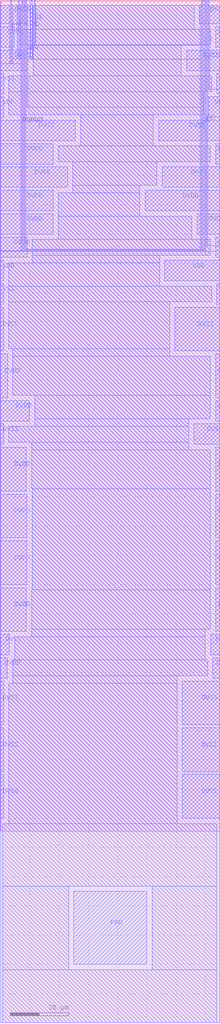
<source format=lef>
VERSION 5.7 ;
  NOWIREEXTENSIONATPIN ON ;
  DIVIDERCHAR "/" ;
  BUSBITCHARS "[]" ;
MACRO gf180mcu_ef_io__bi_t
  CLASS PAD INOUT ;
  FOREIGN gf180mcu_ef_io__bi_t ;
  ORIGIN 0.000 0.000 ;
  SIZE 75.000 BY 350.000 ;
  SYMMETRY X Y R90 ;
  SITE GF_IO_Site ;
  PIN A
    DIRECTION INPUT ;
    USE SIGNAL ;
    ANTENNAGATEAREA 4.200000 ;
    ANTENNADIFFAREA 1.000000 ;
    PORT
      LAYER Metal2 ;
        RECT 69.400 264.460 69.780 350.000 ;
    END
  END A
  PIN CS
    DIRECTION INPUT ;
    USE SIGNAL ;
    ANTENNAGATEAREA 3.150000 ;
    ANTENNADIFFAREA 1.000000 ;
    PORT
      LAYER Metal2 ;
        RECT 3.360 328.545 3.740 350.000 ;
    END
  END CS
  PIN DVDD
    DIRECTION INOUT ;
    USE POWER ;
    PORT
      LAYER Metal3 ;
        RECT 73.590 334.000 75.000 341.000 ;
    END
    PORT
      LAYER Metal3 ;
        RECT 73.590 294.000 75.000 301.000 ;
    END
    PORT
      LAYER Metal3 ;
        RECT 73.590 262.000 75.000 269.000 ;
    END
    PORT
      LAYER Metal3 ;
        RECT 67.195 270.000 75.000 277.000 ;
    END
    PORT
      LAYER Metal3 ;
        RECT 49.445 278.000 75.000 285.000 ;
    END
    PORT
      LAYER Metal3 ;
        RECT 73.590 206.000 75.000 213.000 ;
    END
    PORT
      LAYER Metal3 ;
        RECT 73.590 214.000 75.000 229.000 ;
    END
    PORT
      LAYER Metal3 ;
        RECT 73.590 134.000 75.000 149.000 ;
    END
    PORT
      LAYER Metal3 ;
        RECT 73.590 150.000 75.000 165.000 ;
    END
    PORT
      LAYER Metal3 ;
        RECT 73.590 166.000 75.000 181.000 ;
    END
    PORT
      LAYER Metal3 ;
        RECT 73.590 182.000 75.000 197.000 ;
    END
    PORT
      LAYER Metal3 ;
        RECT 72.600 118.000 75.000 125.000 ;
    END
    PORT
      LAYER Metal3 ;
        RECT 0.000 118.000 2.230 125.000 ;
    END
    PORT
      LAYER Metal3 ;
        RECT 0.000 182.000 8.810 197.000 ;
    END
    PORT
      LAYER Metal3 ;
        RECT 0.000 166.000 8.905 181.000 ;
    END
    PORT
      LAYER Metal3 ;
        RECT 0.000 150.000 8.905 165.000 ;
    END
    PORT
      LAYER Metal3 ;
        RECT 0.000 134.000 8.810 149.000 ;
    END
    PORT
      LAYER Metal3 ;
        RECT 0.000 214.000 2.320 229.000 ;
    END
    PORT
      LAYER Metal3 ;
        RECT 0.000 206.000 9.815 213.000 ;
    END
    PORT
      LAYER Metal3 ;
        RECT 0.000 278.000 17.930 285.000 ;
    END
    PORT
      LAYER Metal3 ;
        RECT 0.000 270.000 17.930 277.000 ;
    END
    PORT
      LAYER Metal3 ;
        RECT 0.000 262.000 9.070 269.000 ;
    END
    PORT
      LAYER Metal3 ;
        RECT 0.000 294.000 17.930 301.000 ;
    END
    PORT
      LAYER Metal3 ;
        RECT 0.000 334.000 4.575 341.000 ;
    END
  END DVDD
  PIN DVSS
    DIRECTION INOUT ;
    USE GROUND ;
    PORT
      LAYER Metal3 ;
        RECT 68.000 342.000 75.000 348.390 ;
    END
    PORT
      LAYER Metal3 ;
        RECT 63.600 326.000 75.000 333.000 ;
    END
    PORT
      LAYER Metal3 ;
        RECT 54.080 302.000 75.000 309.000 ;
    END
    PORT
      LAYER Metal3 ;
        RECT 55.255 286.000 75.000 293.000 ;
    END
    PORT
      LAYER Metal3 ;
        RECT 59.650 230.000 75.000 245.000 ;
    END
    PORT
      LAYER Metal3 ;
        RECT 66.125 198.000 75.000 205.000 ;
    END
    PORT
      LAYER Metal3 ;
        RECT 71.890 126.000 75.000 133.000 ;
    END
    PORT
      LAYER Metal3 ;
        RECT 62.215 70.000 75.000 85.000 ;
    END
    PORT
      LAYER Metal3 ;
        RECT 62.215 86.000 75.000 101.000 ;
    END
    PORT
      LAYER Metal3 ;
        RECT 62.215 102.000 75.000 117.000 ;
    END
    PORT
      LAYER Metal3 ;
        RECT 0.000 102.000 1.000 117.000 ;
    END
    PORT
      LAYER Metal3 ;
        RECT 0.000 86.000 1.000 101.000 ;
    END
    PORT
      LAYER Metal3 ;
        RECT 0.000 70.000 1.000 85.000 ;
    END
    PORT
      LAYER Metal3 ;
        RECT 0.000 126.000 2.965 133.000 ;
    END
    PORT
      LAYER Metal3 ;
        RECT 0.000 198.000 1.000 205.000 ;
    END
    PORT
      LAYER Metal3 ;
        RECT 0.000 230.000 1.000 245.000 ;
    END
    PORT
      LAYER Metal3 ;
        RECT 0.000 286.000 22.880 293.000 ;
    END
    PORT
      LAYER Metal3 ;
        RECT 0.000 302.000 25.555 309.000 ;
    END
    PORT
      LAYER Metal3 ;
        RECT 0.000 326.000 9.320 333.000 ;
    END
    PORT
      LAYER Metal3 ;
        RECT 0.000 342.000 9.320 348.390 ;
    END
  END DVSS
  PIN IE
    DIRECTION INPUT ;
    USE SIGNAL ;
    ANTENNAGATEAREA 3.150000 ;
    ANTENNADIFFAREA 1.000000 ;
    PORT
      LAYER Metal2 ;
        RECT 11.385 334.920 11.765 350.000 ;
    END
  END IE
  PIN OE
    DIRECTION INPUT ;
    USE SIGNAL ;
    ANTENNAGATEAREA 16.799999 ;
    ANTENNADIFFAREA 7.776000 ;
    PORT
      LAYER Metal2 ;
        RECT 70.130 266.340 70.510 350.000 ;
    END
  END OE
  PIN PAD
    DIRECTION INOUT ;
    USE SIGNAL ;
    ANTENNADIFFAREA 258.720001 ;
    PORT
      LAYER Metal3 ;
        RECT 25.000 20.000 50.000 45.000 ;
    END
  END PAD
  PIN PD
    DIRECTION INPUT ;
    USE SIGNAL ;
    ANTENNAGATEAREA 10.500000 ;
    ANTENNADIFFAREA 1.000000 ;
    PORT
      LAYER Metal2 ;
        RECT 10.330 330.100 10.710 350.000 ;
    END
  END PD
  PIN PDRV0
    DIRECTION INPUT ;
    USE SIGNAL ;
    ANTENNAGATEAREA 4.200000 ;
    ANTENNADIFFAREA 2.592000 ;
    PORT
      LAYER Metal2 ;
        RECT 7.110 264.665 7.490 350.000 ;
    END
  END PDRV0
  PIN PDRV1
    DIRECTION INPUT ;
    USE SIGNAL ;
    ANTENNAGATEAREA 4.200000 ;
    ANTENNADIFFAREA 2.592000 ;
    PORT
      LAYER Metal2 ;
        RECT 7.820 264.990 8.200 350.000 ;
    END
  END PDRV1
  PIN PU
    DIRECTION INPUT ;
    USE SIGNAL ;
    ANTENNAGATEAREA 7.350000 ;
    ANTENNADIFFAREA 2.980000 ;
    PORT
      LAYER Metal2 ;
        RECT 5.965 330.420 6.345 350.000 ;
    END
  END PU
  PIN SL
    DIRECTION INPUT ;
    USE SIGNAL ;
    ANTENNAGATEAREA 3.150000 ;
    ANTENNADIFFAREA 1.000000 ;
    PORT
      LAYER Metal2 ;
        RECT 68.670 265.140 69.050 350.000 ;
    END
  END SL
  PIN VDD
    DIRECTION INOUT ;
    USE POWER ;
    PORT
      LAYER Metal3 ;
        RECT 71.290 310.000 75.000 317.000 ;
    END
    PORT
      LAYER Metal3 ;
        RECT 56.170 254.000 75.000 261.000 ;
    END
    PORT
      LAYER Metal3 ;
        RECT 0.000 254.000 1.000 261.000 ;
    END
    PORT
      LAYER Metal3 ;
        RECT 0.000 310.000 1.000 317.000 ;
    END
  END VDD
  PIN VSS
    DIRECTION INOUT ;
    USE GROUND ;
    PORT
      LAYER Metal3 ;
        RECT 74.000 318.000 75.000 325.000 ;
    END
    PORT
      LAYER Metal3 ;
        RECT 74.000 246.000 75.000 253.000 ;
    END
    PORT
      LAYER Metal3 ;
        RECT 0.000 246.000 1.000 253.000 ;
    END
    PORT
      LAYER Metal3 ;
        RECT 0.000 318.000 1.000 325.000 ;
    END
  END VSS
  PIN Y
    DIRECTION OUTPUT ;
    USE SIGNAL ;
    ANTENNADIFFAREA 7.800000 ;
    PORT
      LAYER Metal2 ;
        RECT 70.860 319.900 71.240 350.000 ;
    END
  END Y
  PIN ANA
    DIRECTION INOUT ;
    USE SIGNAL ;
    ANTENNAGATEAREA 21.490000 ;
    ANTENNADIFFAREA 80.000000 ;
    PORT
      LAYER Metal2 ;
        RECT 8.480 313.805 8.860 350.000 ;
    END
  END ANA
  OBS
      LAYER Metal1 ;
        RECT -0.160 65.540 75.160 349.785 ;
      LAYER Metal2 ;
        RECT 0.000 328.245 3.060 348.375 ;
        RECT 4.040 330.120 5.665 348.375 ;
        RECT 6.645 330.120 6.810 348.375 ;
        RECT 4.040 328.245 6.810 330.120 ;
        RECT 0.000 264.365 6.810 328.245 ;
        RECT 9.160 329.800 10.030 348.375 ;
        RECT 11.010 334.620 11.085 348.375 ;
        RECT 12.065 334.620 68.370 348.375 ;
        RECT 11.010 329.800 68.370 334.620 ;
        RECT 9.160 313.505 68.370 329.800 ;
        RECT 71.540 319.600 75.000 348.375 ;
        RECT 8.500 264.840 68.370 313.505 ;
        RECT 70.810 266.040 75.000 319.600 ;
        RECT 8.500 264.690 69.100 264.840 ;
        RECT 7.790 264.365 69.100 264.690 ;
        RECT 0.000 264.160 69.100 264.365 ;
        RECT 70.080 264.160 75.000 266.040 ;
        RECT 0.000 0.000 75.000 264.160 ;
      LAYER Metal3 ;
        RECT 11.120 340.200 66.200 348.390 ;
        RECT 6.375 334.800 71.790 340.200 ;
        RECT 11.120 324.200 61.800 334.800 ;
        RECT 2.800 318.800 72.200 324.200 ;
        RECT 2.800 310.800 69.490 318.800 ;
        RECT 27.355 300.200 52.280 310.800 ;
        RECT 19.730 294.800 71.790 300.200 ;
        RECT 24.680 286.800 53.455 294.800 ;
        RECT 24.680 284.200 47.645 286.800 ;
        RECT 19.730 276.200 47.645 284.200 ;
        RECT 19.730 268.200 65.395 276.200 ;
        RECT 10.870 262.800 71.790 268.200 ;
        RECT 10.870 260.200 54.370 262.800 ;
        RECT 2.800 252.200 54.370 260.200 ;
        RECT 2.800 246.800 72.200 252.200 ;
        RECT 2.800 230.800 57.850 246.800 ;
        RECT 4.120 228.200 57.850 230.800 ;
        RECT 4.120 214.800 71.790 228.200 ;
        RECT 11.615 206.800 71.790 214.800 ;
        RECT 11.615 204.200 64.325 206.800 ;
        RECT 2.800 198.800 64.325 204.200 ;
        RECT 10.610 196.200 64.325 198.800 ;
        RECT 10.610 182.800 71.790 196.200 ;
        RECT 10.705 148.200 71.790 182.800 ;
        RECT 10.610 134.800 71.790 148.200 ;
        RECT 10.610 132.200 70.090 134.800 ;
        RECT 4.765 124.200 70.090 132.200 ;
        RECT 4.030 118.800 70.800 124.200 ;
        RECT 4.030 116.200 60.415 118.800 ;
        RECT 2.800 68.200 60.415 116.200 ;
        RECT 0.665 46.800 74.000 68.200 ;
        RECT 0.665 18.200 23.200 46.800 ;
        RECT 51.800 18.200 74.000 46.800 ;
        RECT 0.665 0.000 74.000 18.200 ;
  END
END gf180mcu_ef_io__bi_t
END LIBRARY


</source>
